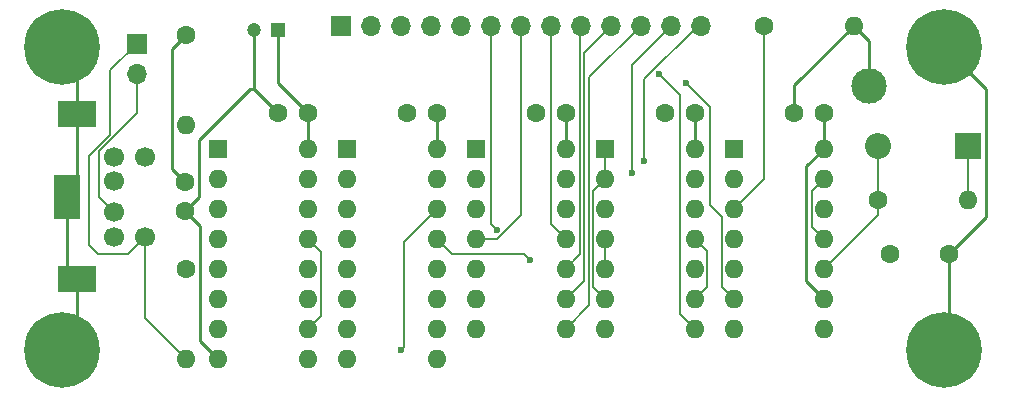
<source format=gbl>
G04 #@! TF.GenerationSoftware,KiCad,Pcbnew,7.0.5-0*
G04 #@! TF.CreationDate,2023-06-22T10:16:06+02:00*
G04 #@! TF.ProjectId,ps2_interface,7073325f-696e-4746-9572-666163652e6b,1.2*
G04 #@! TF.SameCoordinates,Original*
G04 #@! TF.FileFunction,Copper,L2,Bot*
G04 #@! TF.FilePolarity,Positive*
%FSLAX46Y46*%
G04 Gerber Fmt 4.6, Leading zero omitted, Abs format (unit mm)*
G04 Created by KiCad (PCBNEW 7.0.5-0) date 2023-06-22 10:16:06*
%MOMM*%
%LPD*%
G01*
G04 APERTURE LIST*
G04 #@! TA.AperFunction,ComponentPad*
%ADD10C,1.600000*%
G04 #@! TD*
G04 #@! TA.AperFunction,ComponentPad*
%ADD11R,2.200000X2.200000*%
G04 #@! TD*
G04 #@! TA.AperFunction,ComponentPad*
%ADD12O,2.200000X2.200000*%
G04 #@! TD*
G04 #@! TA.AperFunction,ComponentPad*
%ADD13O,1.600000X1.600000*%
G04 #@! TD*
G04 #@! TA.AperFunction,ComponentPad*
%ADD14R,1.600000X1.600000*%
G04 #@! TD*
G04 #@! TA.AperFunction,ComponentPad*
%ADD15C,1.700000*%
G04 #@! TD*
G04 #@! TA.AperFunction,ComponentPad*
%ADD16R,3.200000X2.200000*%
G04 #@! TD*
G04 #@! TA.AperFunction,ComponentPad*
%ADD17R,2.200000X3.700000*%
G04 #@! TD*
G04 #@! TA.AperFunction,ComponentPad*
%ADD18C,6.400000*%
G04 #@! TD*
G04 #@! TA.AperFunction,ComponentPad*
%ADD19R,1.200000X1.200000*%
G04 #@! TD*
G04 #@! TA.AperFunction,ComponentPad*
%ADD20C,1.200000*%
G04 #@! TD*
G04 #@! TA.AperFunction,ComponentPad*
%ADD21R,1.700000X1.700000*%
G04 #@! TD*
G04 #@! TA.AperFunction,ComponentPad*
%ADD22O,1.700000X1.700000*%
G04 #@! TD*
G04 #@! TA.AperFunction,ComponentPad*
%ADD23C,3.000000*%
G04 #@! TD*
G04 #@! TA.AperFunction,ViaPad*
%ADD24C,0.600000*%
G04 #@! TD*
G04 #@! TA.AperFunction,Conductor*
%ADD25C,0.254000*%
G04 #@! TD*
G04 #@! TA.AperFunction,Conductor*
%ADD26C,0.152400*%
G04 #@! TD*
G04 APERTURE END LIST*
D10*
X150154000Y-81788000D03*
X155154000Y-81788000D03*
X90424000Y-75692000D03*
X90424000Y-78192000D03*
X100838000Y-69850000D03*
X98338000Y-69850000D03*
X111760000Y-69850000D03*
X109260000Y-69850000D03*
X122682000Y-69850000D03*
X120182000Y-69850000D03*
X133604000Y-69850000D03*
X131104000Y-69850000D03*
X144526000Y-69850000D03*
X142026000Y-69850000D03*
D11*
X156718000Y-72644000D03*
D12*
X149098000Y-72644000D03*
D10*
X149098000Y-77216000D03*
D13*
X156718000Y-77216000D03*
D10*
X90525600Y-83108800D03*
D13*
X90525600Y-90728800D03*
D10*
X139446000Y-62484000D03*
D13*
X147066000Y-62484000D03*
D14*
X93218000Y-72898000D03*
D13*
X93218000Y-75438000D03*
X93218000Y-77978000D03*
X93218000Y-80518000D03*
X93218000Y-83058000D03*
X93218000Y-85598000D03*
X93218000Y-88138000D03*
X93218000Y-90678000D03*
X100838000Y-90678000D03*
X100838000Y-88138000D03*
X100838000Y-85598000D03*
X100838000Y-83058000D03*
X100838000Y-80518000D03*
X100838000Y-77978000D03*
X100838000Y-75438000D03*
X100838000Y-72898000D03*
D14*
X104140000Y-72898000D03*
D13*
X104140000Y-75438000D03*
X104140000Y-77978000D03*
X104140000Y-80518000D03*
X104140000Y-83058000D03*
X104140000Y-85598000D03*
X104140000Y-88138000D03*
X104140000Y-90678000D03*
X111760000Y-90678000D03*
X111760000Y-88138000D03*
X111760000Y-85598000D03*
X111760000Y-83058000D03*
X111760000Y-80518000D03*
X111760000Y-77978000D03*
X111760000Y-75438000D03*
X111760000Y-72898000D03*
D14*
X125984000Y-72898000D03*
D13*
X125984000Y-75438000D03*
X125984000Y-77978000D03*
X125984000Y-80518000D03*
X125984000Y-83058000D03*
X125984000Y-85598000D03*
X125984000Y-88138000D03*
X133604000Y-88138000D03*
X133604000Y-85598000D03*
X133604000Y-83058000D03*
X133604000Y-80518000D03*
X133604000Y-77978000D03*
X133604000Y-75438000D03*
X133604000Y-72898000D03*
D15*
X84405000Y-78262000D03*
X84405000Y-75662000D03*
X84405000Y-80362000D03*
X84405000Y-73562000D03*
X87030000Y-80362000D03*
X87030000Y-73562000D03*
D16*
X81280000Y-83962000D03*
D17*
X80480000Y-76962000D03*
D16*
X81280000Y-69962000D03*
D18*
X80010000Y-89916000D03*
X154686000Y-64262000D03*
X154686000Y-89916000D03*
X80010000Y-64262000D03*
D14*
X136906000Y-72898000D03*
D13*
X136906000Y-75438000D03*
X136906000Y-77978000D03*
X136906000Y-80518000D03*
X136906000Y-83058000D03*
X136906000Y-85598000D03*
X136906000Y-88138000D03*
X144526000Y-88138000D03*
X144526000Y-85598000D03*
X144526000Y-83058000D03*
X144526000Y-80518000D03*
X144526000Y-77978000D03*
X144526000Y-75438000D03*
X144526000Y-72898000D03*
D10*
X90525600Y-63271400D03*
D13*
X90525600Y-70891400D03*
D19*
X98298000Y-62865000D03*
D20*
X96298000Y-62865000D03*
D21*
X86334600Y-64008000D03*
D22*
X86334600Y-66548000D03*
D23*
X148336000Y-67564000D03*
D14*
X115062000Y-72898000D03*
D13*
X115062000Y-75438000D03*
X115062000Y-77978000D03*
X115062000Y-80518000D03*
X115062000Y-83058000D03*
X115062000Y-85598000D03*
X115062000Y-88138000D03*
X122682000Y-88138000D03*
X122682000Y-85598000D03*
X122682000Y-83058000D03*
X122682000Y-80518000D03*
X122682000Y-77978000D03*
X122682000Y-75438000D03*
X122682000Y-72898000D03*
D21*
X103632000Y-62484000D03*
D22*
X106172000Y-62484000D03*
X108712000Y-62484000D03*
X111252000Y-62484000D03*
X113792000Y-62484000D03*
X116332000Y-62484000D03*
X118872000Y-62484000D03*
X121412000Y-62484000D03*
X123952000Y-62484000D03*
X126492000Y-62484000D03*
X129032000Y-62484000D03*
X131572000Y-62484000D03*
X134112000Y-62484000D03*
D24*
X129286000Y-73914000D03*
X128270000Y-74930000D03*
X116840018Y-79756000D03*
X130556000Y-66548000D03*
X132842000Y-67310000D03*
X108712000Y-89916000D03*
X119634000Y-82296000D03*
D25*
X158242000Y-67818000D02*
X158242000Y-78700000D01*
X91706600Y-79474600D02*
X91706600Y-89166600D01*
X81280000Y-69962000D02*
X81280000Y-76162000D01*
X91605000Y-72149000D02*
X95944000Y-67810000D01*
X90424000Y-78192000D02*
X91605000Y-77011000D01*
X81280000Y-76162000D02*
X80480000Y-76962000D01*
X81280000Y-83962000D02*
X81280000Y-88646000D01*
X96298000Y-67810000D02*
X98338000Y-69850000D01*
X91605000Y-77011000D02*
X91605000Y-72149000D01*
X96298000Y-62865000D02*
X96298000Y-67810000D01*
X142026000Y-67524000D02*
X147066000Y-62484000D01*
X95944000Y-67810000D02*
X96298000Y-67810000D01*
X142026000Y-69850000D02*
X142026000Y-67524000D01*
X154686000Y-64262000D02*
X158242000Y-67818000D01*
X90424000Y-78192000D02*
X91706600Y-79474600D01*
X148336000Y-67564000D02*
X148336000Y-63754000D01*
X80010000Y-64262000D02*
X81280000Y-65532000D01*
X81280000Y-88646000D02*
X80010000Y-89916000D01*
X158242000Y-78700000D02*
X155154000Y-81788000D01*
X155154000Y-81788000D02*
X155154000Y-89448000D01*
X81280000Y-65532000D02*
X81280000Y-69962000D01*
X91706600Y-89166600D02*
X93218000Y-90678000D01*
X80480000Y-76962000D02*
X80480000Y-83162000D01*
X148336000Y-63754000D02*
X147066000Y-62484000D01*
X80480000Y-83162000D02*
X81280000Y-83962000D01*
D26*
X156718000Y-72644000D02*
X156718000Y-77216000D01*
D25*
X98298000Y-67310000D02*
X100838000Y-69850000D01*
X98298000Y-62865000D02*
X98298000Y-67310000D01*
X133604000Y-69850000D02*
X133604000Y-72898000D01*
X143040201Y-74383799D02*
X143040201Y-84112201D01*
X144526000Y-72898000D02*
X143040201Y-74383799D01*
X89344600Y-64452400D02*
X90525600Y-63271400D01*
X100838000Y-69850000D02*
X100838000Y-72898000D01*
X90424000Y-75692000D02*
X89344600Y-74612600D01*
X111760000Y-69850000D02*
X111760000Y-72898000D01*
X89344600Y-74612600D02*
X89344600Y-64452400D01*
X122682000Y-69850000D02*
X122682000Y-72898000D01*
X144526000Y-69850000D02*
X144526000Y-72898000D01*
X143040201Y-84112201D02*
X144526000Y-85598000D01*
D26*
X149098000Y-78486000D02*
X149098000Y-77216000D01*
X144526000Y-83058000D02*
X149098000Y-78486000D01*
X149098000Y-77216000D02*
X149098000Y-72644000D01*
X129286000Y-67031414D02*
X129286000Y-73914000D01*
X133833414Y-62484000D02*
X129286000Y-67031414D01*
X128270000Y-65786000D02*
X128270000Y-74930000D01*
X131572000Y-62484000D02*
X128270000Y-65786000D01*
X124650600Y-86169400D02*
X122682000Y-88138000D01*
X124650600Y-66865400D02*
X124650600Y-86169400D01*
X129032000Y-62484000D02*
X124650600Y-66865400D01*
X126492000Y-62484000D02*
X124206000Y-64770000D01*
X124206000Y-84074000D02*
X122682000Y-85598000D01*
X124206000Y-64770000D02*
X124206000Y-84074000D01*
X123901200Y-81838800D02*
X122682000Y-83058000D01*
X123901200Y-62534800D02*
X123901200Y-81838800D01*
X121412000Y-62484000D02*
X121412000Y-79248000D01*
X121412000Y-79248000D02*
X122682000Y-80518000D01*
X116864604Y-80518000D02*
X115062000Y-80518000D01*
X118872000Y-78510604D02*
X116864604Y-80518000D01*
X118872000Y-62484000D02*
X118872000Y-78510604D01*
X116332000Y-62484000D02*
X116332000Y-79247982D01*
X116332000Y-79247982D02*
X116840018Y-79756000D01*
X144526000Y-80518000D02*
X143497400Y-79489400D01*
X143497400Y-79489400D02*
X143497400Y-76466600D01*
X82296000Y-73481893D02*
X82296000Y-81026000D01*
X87030000Y-87233200D02*
X90525600Y-90728800D01*
X85604000Y-81788000D02*
X87030000Y-80362000D01*
X84074000Y-66268600D02*
X84074000Y-71703893D01*
X83058000Y-81788000D02*
X85604000Y-81788000D01*
X143497400Y-76466600D02*
X144526000Y-75438000D01*
X86334600Y-64008000D02*
X84074000Y-66268600D01*
X87030000Y-80362000D02*
X87030000Y-87233200D01*
X84074000Y-71703893D02*
X82296000Y-73481893D01*
X82296000Y-81026000D02*
X83058000Y-81788000D01*
X86334600Y-69874345D02*
X86334600Y-66548000D01*
X83135800Y-76992800D02*
X83135800Y-73073145D01*
X83135800Y-73073145D02*
X86334600Y-69874345D01*
X84405000Y-78262000D02*
X83135800Y-76992800D01*
X136906000Y-77978000D02*
X139446000Y-75438000D01*
X139446000Y-75438000D02*
X139446000Y-62484000D01*
X132334000Y-68326000D02*
X132334000Y-86868000D01*
X132334000Y-86868000D02*
X133604000Y-88138000D01*
X130556000Y-66548000D02*
X132334000Y-68326000D01*
X132842000Y-67310000D02*
X134874000Y-69342000D01*
X135877400Y-84569400D02*
X136906000Y-85598000D01*
X134874000Y-77699414D02*
X135877400Y-78702814D01*
X134874000Y-69342000D02*
X134874000Y-77699414D01*
X135877400Y-78702814D02*
X135877400Y-84569400D01*
X125984000Y-80518000D02*
X125984000Y-83058000D01*
X108966000Y-89662000D02*
X108966000Y-80772000D01*
X108712000Y-89916000D02*
X108966000Y-89662000D01*
X108966000Y-80772000D02*
X111760000Y-77978000D01*
X125984000Y-72898000D02*
X125984000Y-75438000D01*
X125984000Y-75438000D02*
X124955400Y-76466600D01*
X124955400Y-84569400D02*
X125984000Y-85598000D01*
X124955400Y-76466600D02*
X124955400Y-84569400D01*
X111760000Y-80518000D02*
X113030000Y-81788000D01*
X113030000Y-81788000D02*
X119126000Y-81788000D01*
X101942800Y-87033200D02*
X101942800Y-81622800D01*
X119126000Y-81788000D02*
X119634000Y-82296000D01*
X101942800Y-81622800D02*
X100838000Y-80518000D01*
X100838000Y-88138000D02*
X101942800Y-87033200D01*
X133604000Y-85598000D02*
X134632600Y-84569400D01*
X134632600Y-84569400D02*
X134632600Y-81546600D01*
X134632600Y-81546600D02*
X133604000Y-80518000D01*
M02*

</source>
